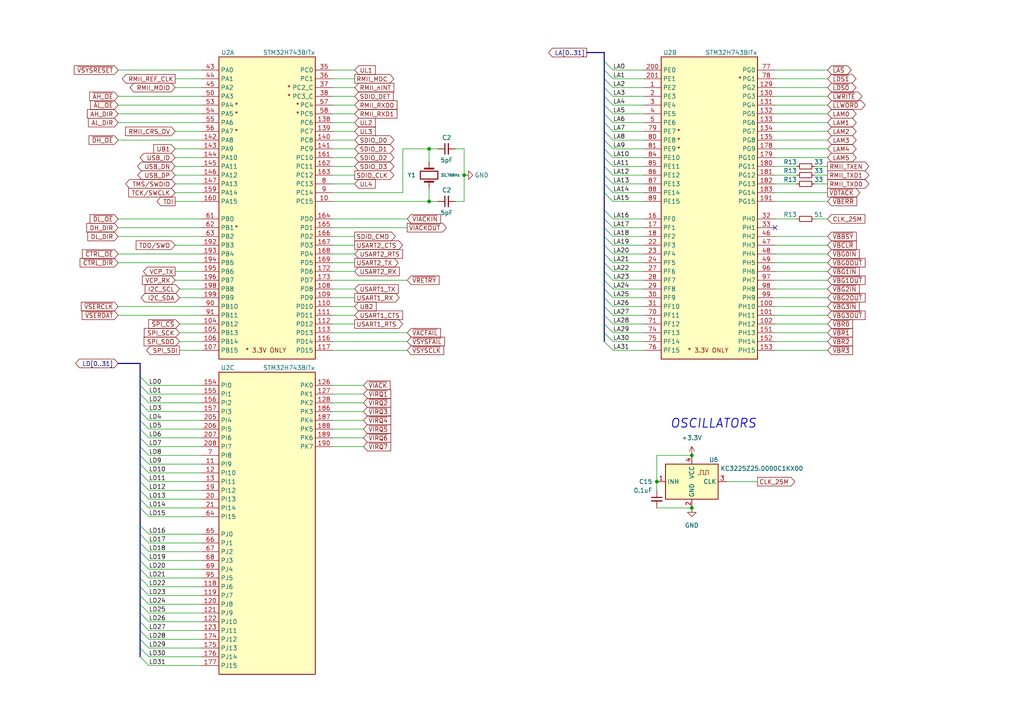
<source format=kicad_sch>
(kicad_sch (version 20230121) (generator eeschema)
  (paper "A4")
  (title_block (title "IVC-STH7") (rev "1"))
  (junction (at 134.62 50.8))
  (junction (at 124.46 43.18))
  (junction (at 190.5 139.7))
  (junction (at 124.46 58.42))
  (junction (at 200.66 147.32))
  (junction (at 200.66 132.08))
  (no_connect (at 224.79 66.04))
  (bus_entry (at 175.26 22.86) (size 2.54 2.54))
  (bus_entry (at 40.64 187.96) (size 2.54 2.54))
  (bus_entry (at 40.64 157.48) (size 2.54 2.54))
  (bus_entry (at 40.64 139.7) (size 2.54 2.54))
  (bus_entry (at 40.64 119.38) (size 2.54 2.54))
  (bus_entry (at 40.64 160.02) (size 2.54 2.54))
  (bus_entry (at 175.26 99.06) (size 2.54 2.54))
  (bus_entry (at 175.26 48.26) (size 2.54 2.54))
  (bus_entry (at 175.26 88.9) (size 2.54 2.54))
  (bus_entry (at 175.26 35.56) (size 2.54 2.54))
  (bus_entry (at 175.26 43.18) (size 2.54 2.54))
  (bus_entry (at 175.26 71.12) (size 2.54 2.54))
  (bus_entry (at 40.64 129.54) (size 2.54 2.54))
  (bus_entry (at 175.26 91.44) (size 2.54 2.54))
  (bus_entry (at 175.26 55.88) (size 2.54 2.54))
  (bus_entry (at 40.64 111.76) (size 2.54 2.54))
  (bus_entry (at 175.26 76.2) (size 2.54 2.54))
  (bus_entry (at 175.26 45.72) (size 2.54 2.54))
  (bus_entry (at 40.64 137.16) (size 2.54 2.54))
  (bus_entry (at 40.64 185.42) (size 2.54 2.54))
  (bus_entry (at 40.64 175.26) (size 2.54 2.54))
  (bus_entry (at 175.26 81.28) (size 2.54 2.54))
  (bus_entry (at 40.64 152.4) (size 2.54 2.54))
  (bus_entry (at 175.26 96.52) (size 2.54 2.54))
  (bus_entry (at 40.64 147.32) (size 2.54 2.54))
  (bus_entry (at 40.64 180.34) (size 2.54 2.54))
  (bus_entry (at 40.64 134.62) (size 2.54 2.54))
  (bus_entry (at 175.26 66.04) (size 2.54 2.54))
  (bus_entry (at 40.64 116.84) (size 2.54 2.54))
  (bus_entry (at 175.26 40.64) (size 2.54 2.54))
  (bus_entry (at 175.26 50.8) (size 2.54 2.54))
  (bus_entry (at 40.64 154.94) (size 2.54 2.54))
  (bus_entry (at 40.64 172.72) (size 2.54 2.54))
  (bus_entry (at 175.26 63.5) (size 2.54 2.54))
  (bus_entry (at 175.26 60.96) (size 2.54 2.54))
  (bus_entry (at 40.64 124.46) (size 2.54 2.54))
  (bus_entry (at 40.64 167.64) (size 2.54 2.54))
  (bus_entry (at 40.64 132.08) (size 2.54 2.54))
  (bus_entry (at 175.26 78.74) (size 2.54 2.54))
  (bus_entry (at 40.64 165.1) (size 2.54 2.54))
  (bus_entry (at 175.26 30.48) (size 2.54 2.54))
  (bus_entry (at 40.64 109.22) (size 2.54 2.54))
  (bus_entry (at 40.64 121.92) (size 2.54 2.54))
  (bus_entry (at 40.64 142.24) (size 2.54 2.54))
  (bus_entry (at 175.26 17.78) (size 2.54 2.54))
  (bus_entry (at 40.64 170.18) (size 2.54 2.54))
  (bus_entry (at 175.26 93.98) (size 2.54 2.54))
  (bus_entry (at 175.26 86.36) (size 2.54 2.54))
  (bus_entry (at 40.64 114.3) (size 2.54 2.54))
  (bus_entry (at 175.26 20.32) (size 2.54 2.54))
  (bus_entry (at 175.26 33.02) (size 2.54 2.54))
  (bus_entry (at 175.26 25.4) (size 2.54 2.54))
  (bus_entry (at 40.64 144.78) (size 2.54 2.54))
  (bus_entry (at 175.26 27.94) (size 2.54 2.54))
  (bus_entry (at 175.26 73.66) (size 2.54 2.54))
  (bus_entry (at 40.64 177.8) (size 2.54 2.54))
  (bus_entry (at 40.64 127) (size 2.54 2.54))
  (bus_entry (at 175.26 38.1) (size 2.54 2.54))
  (bus_entry (at 40.64 190.5) (size 2.54 2.54))
  (bus_entry (at 175.26 83.82) (size 2.54 2.54))
  (bus_entry (at 175.26 53.34) (size 2.54 2.54))
  (bus_entry (at 175.26 68.58) (size 2.54 2.54))
  (bus_entry (at 40.64 182.88) (size 2.54 2.54))
  (bus_entry (at 40.64 162.56) (size 2.54 2.54))
  (bus (pts (xy 175.26 38.1) (xy 175.26 40.64)))
  (wire (pts (xy 116.84 55.88) (xy 96.52 55.88)))
  (bus (pts (xy 175.26 60.96) (xy 175.26 63.5)))
  (wire (pts (xy 224.79 91.44) (xy 240.03 91.44)))
  (wire (pts (xy 116.84 43.18) (xy 116.84 55.88)))
  (wire (pts (xy 34.29 27.94) (xy 58.42 27.94)))
  (wire (pts (xy 43.18 137.16) (xy 58.42 137.16)))
  (wire (pts (xy 177.8 96.52) (xy 186.69 96.52)))
  (bus (pts (xy 175.26 15.24) (xy 170.18 15.24)))
  (wire (pts (xy 224.79 33.02) (xy 240.03 33.02)))
  (wire (pts (xy 50.8 38.1) (xy 58.42 38.1)))
  (wire (pts (xy 43.18 127) (xy 58.42 127)))
  (bus (pts (xy 40.64 109.22) (xy 40.64 111.76)))
  (bus (pts (xy 175.26 68.58) (xy 175.26 71.12)))
  (wire (pts (xy 50.8 53.34) (xy 58.42 53.34)))
  (wire (pts (xy 177.8 43.18) (xy 186.69 43.18)))
  (bus (pts (xy 40.64 111.76) (xy 40.64 114.3)))
  (wire (pts (xy 50.8 58.42) (xy 58.42 58.42)))
  (bus (pts (xy 175.26 45.72) (xy 175.26 48.26)))
  (wire (pts (xy 224.79 99.06) (xy 240.03 99.06)))
  (wire (pts (xy 177.8 63.5) (xy 186.69 63.5)))
  (wire (pts (xy 96.52 96.52) (xy 118.11 96.52)))
  (wire (pts (xy 96.52 53.34) (xy 102.87 53.34)))
  (bus (pts (xy 40.64 119.38) (xy 40.64 121.92)))
  (wire (pts (xy 190.5 139.7) (xy 190.5 132.08)))
  (wire (pts (xy 177.8 78.74) (xy 186.69 78.74)))
  (wire (pts (xy 124.46 43.18) (xy 127 43.18)))
  (wire (pts (xy 190.5 139.7) (xy 190.5 142.24)))
  (wire (pts (xy 43.18 157.48) (xy 58.42 157.48)))
  (bus (pts (xy 175.26 63.5) (xy 175.26 66.04)))
  (wire (pts (xy 236.22 53.34) (xy 240.03 53.34)))
  (wire (pts (xy 177.8 40.64) (xy 186.69 40.64)))
  (bus (pts (xy 40.64 144.78) (xy 40.64 147.32)))
  (bus (pts (xy 175.26 66.04) (xy 175.26 68.58)))
  (wire (pts (xy 43.18 124.46) (xy 58.42 124.46)))
  (bus (pts (xy 175.26 43.18) (xy 175.26 45.72)))
  (wire (pts (xy 96.52 20.32) (xy 102.87 20.32)))
  (wire (pts (xy 190.5 147.32) (xy 200.66 147.32)))
  (wire (pts (xy 124.46 58.42) (xy 124.46 54.61)))
  (wire (pts (xy 224.79 55.88) (xy 240.03 55.88)))
  (wire (pts (xy 224.79 27.94) (xy 240.03 27.94)))
  (wire (pts (xy 177.8 27.94) (xy 186.69 27.94)))
  (wire (pts (xy 34.29 35.56) (xy 58.42 35.56)))
  (bus (pts (xy 175.26 27.94) (xy 175.26 30.48)))
  (bus (pts (xy 40.64 160.02) (xy 40.64 162.56)))
  (wire (pts (xy 43.18 144.78) (xy 58.42 144.78)))
  (bus (pts (xy 175.26 20.32) (xy 175.26 22.86)))
  (wire (pts (xy 177.8 35.56) (xy 186.69 35.56)))
  (wire (pts (xy 34.29 66.04) (xy 58.42 66.04)))
  (bus (pts (xy 40.64 167.64) (xy 40.64 170.18)))
  (wire (pts (xy 224.79 20.32) (xy 240.03 20.32)))
  (wire (pts (xy 96.52 88.9) (xy 102.87 88.9)))
  (bus (pts (xy 40.64 157.48) (xy 40.64 160.02)))
  (wire (pts (xy 177.8 55.88) (xy 186.69 55.88)))
  (wire (pts (xy 50.8 71.12) (xy 58.42 71.12)))
  (wire (pts (xy 96.52 50.8) (xy 102.87 50.8)))
  (wire (pts (xy 177.8 20.32) (xy 186.69 20.32)))
  (wire (pts (xy 50.8 50.8) (xy 58.42 50.8)))
  (bus (pts (xy 175.26 17.78) (xy 175.26 20.32)))
  (bus (pts (xy 175.26 96.52) (xy 175.26 99.06)))
  (wire (pts (xy 43.18 187.96) (xy 58.42 187.96)))
  (bus (pts (xy 40.64 147.32) (xy 40.64 152.4)))
  (bus (pts (xy 40.64 105.41) (xy 40.64 109.22)))
  (wire (pts (xy 43.18 114.3) (xy 58.42 114.3)))
  (wire (pts (xy 224.79 73.66) (xy 240.03 73.66)))
  (bus (pts (xy 40.64 165.1) (xy 40.64 167.64)))
  (wire (pts (xy 177.8 30.48) (xy 186.69 30.48)))
  (wire (pts (xy 50.8 55.88) (xy 58.42 55.88)))
  (wire (pts (xy 43.18 134.62) (xy 58.42 134.62)))
  (wire (pts (xy 96.52 35.56) (xy 102.87 35.56)))
  (wire (pts (xy 34.29 30.48) (xy 58.42 30.48)))
  (wire (pts (xy 43.18 139.7) (xy 58.42 139.7)))
  (wire (pts (xy 96.52 68.58) (xy 102.87 68.58)))
  (wire (pts (xy 96.52 76.2) (xy 102.87 76.2)))
  (wire (pts (xy 224.79 86.36) (xy 240.03 86.36)))
  (bus (pts (xy 40.64 137.16) (xy 40.64 139.7)))
  (wire (pts (xy 96.52 66.04) (xy 118.11 66.04)))
  (wire (pts (xy 224.79 76.2) (xy 240.03 76.2)))
  (wire (pts (xy 52.07 83.82) (xy 58.42 83.82)))
  (wire (pts (xy 43.18 129.54) (xy 58.42 129.54)))
  (wire (pts (xy 43.18 147.32) (xy 58.42 147.32)))
  (wire (pts (xy 177.8 76.2) (xy 186.69 76.2)))
  (wire (pts (xy 224.79 81.28) (xy 240.03 81.28)))
  (wire (pts (xy 224.79 93.98) (xy 240.03 93.98)))
  (wire (pts (xy 50.8 25.4) (xy 58.42 25.4)))
  (wire (pts (xy 96.52 73.66) (xy 102.87 73.66)))
  (wire (pts (xy 43.18 111.76) (xy 58.42 111.76)))
  (bus (pts (xy 40.64 139.7) (xy 40.64 142.24)))
  (wire (pts (xy 96.52 93.98) (xy 102.87 93.98)))
  (wire (pts (xy 177.8 33.02) (xy 186.69 33.02)))
  (bus (pts (xy 40.64 180.34) (xy 40.64 182.88)))
  (wire (pts (xy 177.8 22.86) (xy 186.69 22.86)))
  (wire (pts (xy 132.08 58.42) (xy 134.62 58.42)))
  (bus (pts (xy 175.26 40.64) (xy 175.26 43.18)))
  (bus (pts (xy 40.64 127) (xy 40.64 129.54)))
  (bus (pts (xy 175.26 15.24) (xy 175.26 17.78)))
  (wire (pts (xy 177.8 45.72) (xy 186.69 45.72)))
  (bus (pts (xy 40.64 116.84) (xy 40.64 119.38)))
  (wire (pts (xy 224.79 101.6) (xy 240.03 101.6)))
  (wire (pts (xy 96.52 83.82) (xy 102.87 83.82)))
  (wire (pts (xy 96.52 40.64) (xy 102.87 40.64)))
  (wire (pts (xy 177.8 83.82) (xy 186.69 83.82)))
  (wire (pts (xy 43.18 193.04) (xy 58.42 193.04)))
  (wire (pts (xy 124.46 58.42) (xy 127 58.42)))
  (wire (pts (xy 96.52 91.44) (xy 102.87 91.44)))
  (wire (pts (xy 96.52 127) (xy 105.41 127)))
  (wire (pts (xy 177.8 93.98) (xy 186.69 93.98)))
  (wire (pts (xy 224.79 38.1) (xy 240.03 38.1)))
  (bus (pts (xy 40.64 121.92) (xy 40.64 124.46)))
  (wire (pts (xy 224.79 88.9) (xy 240.03 88.9)))
  (bus (pts (xy 175.26 25.4) (xy 175.26 27.94)))
  (wire (pts (xy 190.5 132.08) (xy 200.66 132.08)))
  (bus (pts (xy 175.26 93.98) (xy 175.26 96.52)))
  (wire (pts (xy 177.8 53.34) (xy 186.69 53.34)))
  (bus (pts (xy 175.26 53.34) (xy 175.26 55.88)))
  (wire (pts (xy 96.52 22.86) (xy 102.87 22.86)))
  (bus (pts (xy 175.26 83.82) (xy 175.26 86.36)))
  (wire (pts (xy 96.52 43.18) (xy 102.87 43.18)))
  (bus (pts (xy 40.64 172.72) (xy 40.64 175.26)))
  (wire (pts (xy 34.29 68.58) (xy 58.42 68.58)))
  (wire (pts (xy 96.52 63.5) (xy 118.11 63.5)))
  (wire (pts (xy 96.52 38.1) (xy 102.87 38.1)))
  (bus (pts (xy 40.64 177.8) (xy 40.64 180.34)))
  (bus (pts (xy 40.64 175.26) (xy 40.64 177.8)))
  (wire (pts (xy 224.79 53.34) (xy 231.14 53.34)))
  (wire (pts (xy 43.18 142.24) (xy 58.42 142.24)))
  (bus (pts (xy 40.64 114.3) (xy 40.64 116.84)))
  (wire (pts (xy 43.18 170.18) (xy 58.42 170.18)))
  (bus (pts (xy 175.26 22.86) (xy 175.26 25.4)))
  (wire (pts (xy 96.52 27.94) (xy 102.87 27.94)))
  (wire (pts (xy 34.29 20.32) (xy 58.42 20.32)))
  (wire (pts (xy 58.42 81.28) (xy 50.8 81.28)))
  (wire (pts (xy 236.22 48.26) (xy 240.03 48.26)))
  (wire (pts (xy 96.52 33.02) (xy 102.87 33.02)))
  (bus (pts (xy 40.64 142.24) (xy 40.64 144.78)))
  (wire (pts (xy 96.52 78.74) (xy 102.87 78.74)))
  (wire (pts (xy 96.52 99.06) (xy 118.11 99.06)))
  (bus (pts (xy 175.26 48.26) (xy 175.26 50.8)))
  (bus (pts (xy 40.64 162.56) (xy 40.64 165.1)))
  (wire (pts (xy 177.8 73.66) (xy 186.69 73.66)))
  (bus (pts (xy 175.26 81.28) (xy 175.26 83.82)))
  (wire (pts (xy 43.18 154.94) (xy 58.42 154.94)))
  (wire (pts (xy 52.07 96.52) (xy 58.42 96.52)))
  (bus (pts (xy 175.26 88.9) (xy 175.26 91.44)))
  (wire (pts (xy 34.29 63.5) (xy 58.42 63.5)))
  (wire (pts (xy 96.52 30.48) (xy 102.87 30.48)))
  (wire (pts (xy 58.42 78.74) (xy 50.8 78.74)))
  (wire (pts (xy 43.18 160.02) (xy 58.42 160.02)))
  (wire (pts (xy 224.79 96.52) (xy 240.03 96.52)))
  (wire (pts (xy 224.79 58.42) (xy 240.03 58.42)))
  (bus (pts (xy 175.26 86.36) (xy 175.26 88.9)))
  (bus (pts (xy 40.64 129.54) (xy 40.64 132.08)))
  (wire (pts (xy 96.52 121.92) (xy 105.41 121.92)))
  (wire (pts (xy 177.8 66.04) (xy 186.69 66.04)))
  (bus (pts (xy 40.64 134.62) (xy 40.64 137.16)))
  (bus (pts (xy 40.64 170.18) (xy 40.64 172.72)))
  (bus (pts (xy 175.26 35.56) (xy 175.26 38.1)))
  (wire (pts (xy 43.18 190.5) (xy 58.42 190.5)))
  (wire (pts (xy 43.18 172.72) (xy 58.42 172.72)))
  (bus (pts (xy 175.26 78.74) (xy 175.26 81.28)))
  (wire (pts (xy 134.62 43.18) (xy 134.62 50.8)))
  (bus (pts (xy 175.26 50.8) (xy 175.26 53.34)))
  (bus (pts (xy 40.64 182.88) (xy 40.64 185.42)))
  (wire (pts (xy 52.07 101.6) (xy 58.42 101.6)))
  (wire (pts (xy 224.79 50.8) (xy 231.14 50.8)))
  (wire (pts (xy 34.29 88.9) (xy 58.42 88.9)))
  (wire (pts (xy 177.8 25.4) (xy 186.69 25.4)))
  (wire (pts (xy 50.8 48.26) (xy 58.42 48.26)))
  (bus (pts (xy 40.64 185.42) (xy 40.64 187.96)))
  (wire (pts (xy 96.52 111.76) (xy 105.41 111.76)))
  (wire (pts (xy 34.29 91.44) (xy 58.42 91.44)))
  (bus (pts (xy 175.26 55.88) (xy 175.26 60.96)))
  (wire (pts (xy 224.79 40.64) (xy 240.03 40.64)))
  (wire (pts (xy 43.18 116.84) (xy 58.42 116.84)))
  (wire (pts (xy 177.8 50.8) (xy 186.69 50.8)))
  (wire (pts (xy 224.79 25.4) (xy 240.03 25.4)))
  (bus (pts (xy 40.64 187.96) (xy 40.64 190.5)))
  (wire (pts (xy 224.79 35.56) (xy 240.03 35.56)))
  (wire (pts (xy 43.18 167.64) (xy 58.42 167.64)))
  (wire (pts (xy 96.52 45.72) (xy 102.87 45.72)))
  (wire (pts (xy 116.84 43.18) (xy 124.46 43.18)))
  (wire (pts (xy 224.79 83.82) (xy 240.03 83.82)))
  (wire (pts (xy 177.8 86.36) (xy 186.69 86.36)))
  (wire (pts (xy 96.52 58.42) (xy 124.46 58.42)))
  (wire (pts (xy 96.52 114.3) (xy 105.41 114.3)))
  (wire (pts (xy 224.79 22.86) (xy 240.03 22.86)))
  (wire (pts (xy 210.82 139.7) (xy 219.71 139.7)))
  (wire (pts (xy 224.79 30.48) (xy 240.03 30.48)))
  (wire (pts (xy 96.52 129.54) (xy 105.41 129.54)))
  (wire (pts (xy 96.52 86.36) (xy 102.87 86.36)))
  (bus (pts (xy 175.26 76.2) (xy 175.26 78.74)))
  (wire (pts (xy 224.79 43.18) (xy 240.03 43.18)))
  (wire (pts (xy 34.29 33.02) (xy 58.42 33.02)))
  (bus (pts (xy 175.26 73.66) (xy 175.26 76.2)))
  (wire (pts (xy 43.18 162.56) (xy 58.42 162.56)))
  (wire (pts (xy 43.18 149.86) (xy 58.42 149.86)))
  (wire (pts (xy 50.8 22.86) (xy 58.42 22.86)))
  (wire (pts (xy 224.79 48.26) (xy 231.14 48.26)))
  (wire (pts (xy 96.52 124.46) (xy 105.41 124.46)))
  (wire (pts (xy 43.18 180.34) (xy 58.42 180.34)))
  (wire (pts (xy 224.79 71.12) (xy 240.03 71.12)))
  (wire (pts (xy 177.8 81.28) (xy 186.69 81.28)))
  (bus (pts (xy 175.26 91.44) (xy 175.26 93.98)))
  (wire (pts (xy 43.18 177.8) (xy 58.42 177.8)))
  (wire (pts (xy 224.79 78.74) (xy 240.03 78.74)))
  (wire (pts (xy 177.8 71.12) (xy 186.69 71.12)))
  (wire (pts (xy 96.52 71.12) (xy 102.87 71.12)))
  (wire (pts (xy 224.79 45.72) (xy 240.03 45.72)))
  (wire (pts (xy 52.07 99.06) (xy 58.42 99.06)))
  (wire (pts (xy 96.52 119.38) (xy 105.41 119.38)))
  (bus (pts (xy 40.64 124.46) (xy 40.64 127)))
  (wire (pts (xy 52.07 86.36) (xy 58.42 86.36)))
  (wire (pts (xy 132.08 43.18) (xy 134.62 43.18)))
  (wire (pts (xy 177.8 88.9) (xy 186.69 88.9)))
  (wire (pts (xy 50.8 43.18) (xy 58.42 43.18)))
  (bus (pts (xy 40.64 105.41) (xy 34.29 105.41)))
  (wire (pts (xy 43.18 182.88) (xy 58.42 182.88)))
  (bus (pts (xy 40.64 154.94) (xy 40.64 157.48)))
  (wire (pts (xy 43.18 121.92) (xy 58.42 121.92)))
  (wire (pts (xy 43.18 119.38) (xy 58.42 119.38)))
  (bus (pts (xy 175.26 30.48) (xy 175.26 33.02)))
  (wire (pts (xy 177.8 48.26) (xy 186.69 48.26)))
  (wire (pts (xy 96.52 48.26) (xy 102.87 48.26)))
  (wire (pts (xy 50.8 45.72) (xy 58.42 45.72)))
  (wire (pts (xy 96.52 81.28) (xy 118.11 81.28)))
  (wire (pts (xy 34.29 40.64) (xy 58.42 40.64)))
  (bus (pts (xy 175.26 33.02) (xy 175.26 35.56)))
  (wire (pts (xy 124.46 43.18) (xy 124.46 46.99)))
  (wire (pts (xy 96.52 116.84) (xy 105.41 116.84)))
  (wire (pts (xy 177.8 68.58) (xy 186.69 68.58)))
  (wire (pts (xy 224.79 63.5) (xy 231.14 63.5)))
  (wire (pts (xy 177.8 91.44) (xy 186.69 91.44)))
  (wire (pts (xy 236.22 63.5) (xy 240.03 63.5)))
  (wire (pts (xy 96.52 101.6) (xy 118.11 101.6)))
  (wire (pts (xy 177.8 101.6) (xy 186.69 101.6)))
  (bus (pts (xy 40.64 152.4) (xy 40.64 154.94)))
  (wire (pts (xy 52.07 93.98) (xy 58.42 93.98)))
  (wire (pts (xy 96.52 25.4) (xy 102.87 25.4)))
  (wire (pts (xy 43.18 185.42) (xy 58.42 185.42)))
  (wire (pts (xy 236.22 50.8) (xy 240.03 50.8)))
  (bus (pts (xy 175.26 71.12) (xy 175.26 73.66)))
  (wire (pts (xy 43.18 132.08) (xy 58.42 132.08)))
  (wire (pts (xy 43.18 175.26) (xy 58.42 175.26)))
  (wire (pts (xy 43.18 165.1) (xy 58.42 165.1)))
  (wire (pts (xy 177.8 38.1) (xy 186.69 38.1)))
  (wire (pts (xy 34.29 73.66) (xy 58.42 73.66)))
  (wire (pts (xy 224.79 68.58) (xy 240.03 68.58)))
  (bus (pts (xy 40.64 132.08) (xy 40.64 134.62)))
  (wire (pts (xy 177.8 99.06) (xy 186.69 99.06)))
  (wire (pts (xy 177.8 58.42) (xy 186.69 58.42)))
  (wire (pts (xy 34.29 76.2) (xy 58.42 76.2)))
  (wire (pts (xy 134.62 50.8) (xy 134.62 58.42)))
  (text "OSCILLATORS" (at 194.31 124.46 0) (effects (font (size 2.56 2.56) (thickness 0.254) bold italic) (justify left bottom)))
  (label "LD12" (at 43.18 142.24 0))
  (label "LA17" (at 177.8 66.04 0))
  (label "LD16" (at 43.18 154.94 0))
  (label "LA23" (at 177.8 81.28 0))
  (label "LD0" (at 43.18 111.76 0))
  (label "LA16" (at 177.8 63.5 0))
  (label "LA6" (at 177.8 35.56 0))
  (label "LD26" (at 43.18 180.34 0))
  (label "LA14" (at 177.8 55.88 0))
  (label "LD5" (at 43.18 124.46 0))
  (label "LA15" (at 177.8 58.42 0))
  (label "LD15" (at 43.18 149.86 0))
  (label "LD11" (at 43.18 139.7 0))
  (label "LD7" (at 43.18 129.54 0))
  (label "LA27" (at 177.8 91.44 0))
  (label "LD13" (at 43.18 144.78 0))
  (label "LD14" (at 43.18 147.32 0))
  (label "LD18" (at 43.18 160.02 0))
  (label "LA25" (at 177.8 86.36 0))
  (label "LD21" (at 43.18 167.64 0))
  (label "LD28" (at 43.18 185.42 0))
  (label "LA21" (at 177.8 76.2 0))
  (label "LA3" (at 177.8 27.94 0))
  (label "LA20" (at 177.8 73.66 0))
  (label "LA11" (at 177.8 48.26 0))
  (label "LA13" (at 177.8 53.34 0))
  (label "LD25" (at 43.18 177.8 0))
  (label "LD17" (at 43.18 157.48 0))
  (label "LA29" (at 177.8 96.52 0))
  (label "LD10" (at 43.18 137.16 0))
  (label "LD9" (at 43.18 134.62 0))
  (label "LA22" (at 177.8 78.74 0))
  (label "LA10" (at 177.8 45.72 0))
  (label "LD27" (at 43.18 182.88 0))
  (label "LD4" (at 43.18 121.92 0))
  (label "LD8" (at 43.18 132.08 0))
  (label "LD29" (at 43.18 187.96 0))
  (label "LA5" (at 177.8 33.02 0))
  (label "LA12" (at 177.8 50.8 0))
  (label "LA4" (at 177.8 30.48 0))
  (label "LA9" (at 177.8 43.18 0))
  (label "LA2" (at 177.8 25.4 0))
  (label "LA0" (at 177.8 20.32 0))
  (label "LD19" (at 43.18 162.56 0))
  (label "LA28" (at 177.8 93.98 0))
  (label "LD6" (at 43.18 127 0))
  (label "LD22" (at 43.18 170.18 0))
  (label "LA31" (at 177.8 101.6 0))
  (label "LA1" (at 177.8 22.86 0))
  (label "LD1" (at 43.18 114.3 0))
  (label "LD2" (at 43.18 116.84 0))
  (label "LA26" (at 177.8 88.9 0))
  (label "LD3" (at 43.18 119.38 0))
  (label "LA7" (at 177.8 38.1 0))
  (label "LD23" (at 43.18 172.72 0))
  (label "LD30" (at 43.18 190.5 0))
  (label "LA24" (at 177.8 83.82 0))
  (label "LD31" (at 43.18 193.04 0))
  (label "LA19" (at 177.8 71.12 0))
  (label "LD20" (at 43.18 165.1 0))
  (label "LA8" (at 177.8 40.64 0))
  (label "LA30" (at 177.8 99.06 0))
  (label "LD24" (at 43.18 175.26 0))
  (label "LA18" (at 177.8 68.58 0))
  (global_label "SPI_SDO" (shape input) (at 52.07 99.06 180) (property "Intersheetrefs" "${INTERSHEET_REFS}" (effects hide)))
  (global_label "~{VIRQ5}" (shape input) (at 105.41 124.46 0) (property "Intersheetrefs" "${INTERSHEET_REFS}" (effects hide)))
  (global_label "VCP_TX" (shape output) (at 50.8 78.74 180) (property "Intersheetrefs" "${INTERSHEET_REFS}" (effects hide)))
  (global_label "~{VBG2IN}" (shape input) (at 240.03 83.82 0) (property "Intersheetrefs" "${INTERSHEET_REFS}" (effects hide)))
  (global_label "~{VIACKOUT}" (shape output) (at 118.11 66.04 0) (property "Intersheetrefs" "${INTERSHEET_REFS}" (effects hide)))
  (global_label "~{CTRL_OE}" (shape input) (at 34.29 73.66 180) (property "Intersheetrefs" "${INTERSHEET_REFS}" (effects hide)))
  (global_label "TMS{slash}SWDIO" (shape bidirectional) (at 50.8 53.34 180) (property "Intersheetrefs" "${INTERSHEET_REFS}" (effects hide)))
  (global_label "USB_DP" (shape bidirectional) (at 50.8 50.8 180) (property "Intersheetrefs" "${INTERSHEET_REFS}" (effects hide)))
  (global_label "~{VBR2}" (shape input) (at 240.03 99.06 0) (property "Intersheetrefs" "${INTERSHEET_REFS}" (effects hide)))
  (global_label "~{AL_OE}" (shape input) (at 34.29 30.48 180) (property "Intersheetrefs" "${INTERSHEET_REFS}" (effects hide)))
  (global_label "SDIO_CLK" (shape output) (at 102.87 50.8 0) (property "Intersheetrefs" "${INTERSHEET_REFS}" (effects hide)))
  (global_label "~{VBG1OUT}" (shape input) (at 240.03 81.28 0) (property "Intersheetrefs" "${INTERSHEET_REFS}" (effects hide)))
  (global_label "SDIO_CMD" (shape output) (at 102.87 68.58 0) (property "Intersheetrefs" "${INTERSHEET_REFS}" (effects hide)))
  (global_label "~{VIRQ2}" (shape input) (at 105.41 116.84 0) (property "Intersheetrefs" "${INTERSHEET_REFS}" (effects hide)))
  (global_label "UL2" (shape input) (at 102.87 35.56 0) (property "Intersheetrefs" "${INTERSHEET_REFS}" (effects hide)))
  (global_label "SDIO_DET" (shape input) (at 102.87 27.94 0) (property "Intersheetrefs" "${INTERSHEET_REFS}" (effects hide)))
  (global_label "~{VBG3OUT}" (shape input) (at 240.03 91.44 0) (property "Intersheetrefs" "${INTERSHEET_REFS}" (effects hide)))
  (global_label "CLK_25M" (shape input) (at 240.03 63.5 0) (property "Intersheetrefs" "${INTERSHEET_REFS}" (effects hide)))
  (global_label "USART1_RTS" (shape output) (at 102.87 93.98 0) (property "Intersheetrefs" "${INTERSHEET_REFS}" (effects hide)))
  (global_label "USART1_RX" (shape output) (at 102.87 86.36 0) (property "Intersheetrefs" "${INTERSHEET_REFS}" (effects hide)))
  (global_label "USART2_RTS" (shape input) (at 102.87 73.66 0) (property "Intersheetrefs" "${INTERSHEET_REFS}" (effects hide)))
  (global_label "USART1_CTS" (shape input) (at 102.87 91.44 0) (property "Intersheetrefs" "${INTERSHEET_REFS}" (effects hide)))
  (global_label "~{CTRL_DIR}" (shape input) (at 34.29 76.2 180) (property "Intersheetrefs" "${INTERSHEET_REFS}" (effects hide)))
  (global_label "LAM5" (shape bidirectional) (at 240.03 45.72 0) (property "Intersheetrefs" "${INTERSHEET_REFS}" (effects hide)))
  (global_label "~{DL_OE}" (shape input) (at 34.29 63.5 180) (property "Intersheetrefs" "${INTERSHEET_REFS}" (effects hide)))
  (global_label "~{VIRQ7}" (shape input) (at 105.41 129.54 0) (property "Intersheetrefs" "${INTERSHEET_REFS}" (effects hide)))
  (global_label "UB2" (shape input) (at 102.87 88.9 0) (property "Intersheetrefs" "${INTERSHEET_REFS}" (effects hide)))
  (global_label "UL3" (shape input) (at 102.87 38.1 0) (property "Intersheetrefs" "${INTERSHEET_REFS}" (effects hide)))
  (global_label "~{LLWORD}" (shape bidirectional) (at 240.03 30.48 0) (property "Intersheetrefs" "${INTERSHEET_REFS}" (effects hide)))
  (global_label "~{VRETRY}" (shape input) (at 118.11 81.28 0) (property "Intersheetrefs" "${INTERSHEET_REFS}" (effects hide)))
  (global_label "~{VSYSFAIL}" (shape input) (at 118.11 99.06 0) (property "Intersheetrefs" "${INTERSHEET_REFS}" (effects hide)))
  (global_label "~{DH_OE}" (shape input) (at 34.29 40.64 180) (property "Intersheetrefs" "${INTERSHEET_REFS}" (effects hide)))
  (global_label "USB_ID" (shape bidirectional) (at 50.8 45.72 180) (property "Intersheetrefs" "${INTERSHEET_REFS}" (effects hide)))
  (global_label "RMII_MDC" (shape output) (at 102.87 22.86 0) (property "Intersheetrefs" "${INTERSHEET_REFS}" (effects hide)))
  (global_label "UL4" (shape input) (at 102.87 53.34 0) (property "Intersheetrefs" "${INTERSHEET_REFS}" (effects hide)))
  (global_label "DH_DIR" (shape input) (at 34.29 66.04 180) (property "Intersheetrefs" "${INTERSHEET_REFS}" (effects hide)))
  (global_label "I2C_SDA" (shape bidirectional) (at 52.07 86.36 180) (property "Intersheetrefs" "${INTERSHEET_REFS}" (effects hide)))
  (global_label "TDO{slash}SWO" (shape input) (at 50.8 71.12 180) (property "Intersheetrefs" "${INTERSHEET_REFS}" (effects hide)))
  (global_label "LAM0" (shape bidirectional) (at 240.03 33.02 0) (property "Intersheetrefs" "${INTERSHEET_REFS}" (effects hide)))
  (global_label "UB1" (shape input) (at 50.8 43.18 180) (property "Intersheetrefs" "${INTERSHEET_REFS}" (effects hide)))
  (global_label "~{LWRITE}" (shape bidirectional) (at 240.03 27.94 0) (property "Intersheetrefs" "${INTERSHEET_REFS}" (effects hide)))
  (global_label "~{VIRQ3}" (shape input) (at 105.41 119.38 0) (property "Intersheetrefs" "${INTERSHEET_REFS}" (effects hide)))
  (global_label "AH_DIR" (shape input) (at 34.29 33.02 180) (property "Intersheetrefs" "${INTERSHEET_REFS}" (effects hide)))
  (global_label "~{VIACK}" (shape input) (at 105.41 111.76 0) (property "Intersheetrefs" "${INTERSHEET_REFS}" (effects hide)))
  (global_label "~{VBG2OUT}" (shape input) (at 240.03 86.36 0) (property "Intersheetrefs" "${INTERSHEET_REFS}" (effects hide)))
  (global_label "SDIO_D3" (shape bidirectional) (at 102.87 48.26 0) (property "Intersheetrefs" "${INTERSHEET_REFS}" (effects hide)))
  (global_label "~{VBG0IN}" (shape input) (at 240.03 73.66 0) (property "Intersheetrefs" "${INTERSHEET_REFS}" (effects hide)))
  (global_label "SDIO_D0" (shape bidirectional) (at 102.87 40.64 0) (property "Intersheetrefs" "${INTERSHEET_REFS}" (effects hide)))
  (global_label "~{VDTACK}" (shape output) (at 240.03 55.88 0) (property "Intersheetrefs" "${INTERSHEET_REFS}" (effects hide)))
  (global_label "~{SPI_CS}" (shape input) (at 52.07 93.98 180) (property "Intersheetrefs" "${INTERSHEET_REFS}" (effects hide)))
  (global_label "USART2_RX" (shape input) (at 102.87 78.74 0) (property "Intersheetrefs" "${INTERSHEET_REFS}" (effects hide)))
  (global_label "~{LDS0}" (shape bidirectional) (at 240.03 25.4 0) (property "Intersheetrefs" "${INTERSHEET_REFS}" (effects hide)))
  (global_label "USART2_TX" (shape output) (at 102.87 76.2 0) (property "Intersheetrefs" "${INTERSHEET_REFS}" (effects hide)))
  (global_label "RMII_REF_CLK" (shape output) (at 50.8 22.86 180) (property "Intersheetrefs" "${INTERSHEET_REFS}" (effects hide)))
  (global_label "LAM1" (shape bidirectional) (at 240.03 35.56 0) (property "Intersheetrefs" "${INTERSHEET_REFS}" (effects hide)))
  (global_label "~{VSYSRESET}" (shape input) (at 34.29 20.32 180) (property "Intersheetrefs" "${INTERSHEET_REFS}" (effects hide)))
  (global_label "RMII_TXD0" (shape output) (at 240.03 53.34 0) (property "Intersheetrefs" "${INTERSHEET_REFS}" (effects hide)))
  (global_label "~{VBERR}" (shape input) (at 240.03 58.42 0) (property "Intersheetrefs" "${INTERSHEET_REFS}" (effects hide)))
  (global_label "~{VBR1}" (shape input) (at 240.03 96.52 0) (property "Intersheetrefs" "${INTERSHEET_REFS}" (effects hide)))
  (global_label "TDI" (shape output) (at 50.8 58.42 180) (property "Intersheetrefs" "${INTERSHEET_REFS}" (effects hide)))
  (global_label "~{VBG3IN}" (shape input) (at 240.03 88.9 0) (property "Intersheetrefs" "${INTERSHEET_REFS}" (effects hide)))
  (global_label "USART1_TX" (shape input) (at 102.87 83.82 0) (property "Intersheetrefs" "${INTERSHEET_REFS}" (effects hide)))
  (global_label "~{VSYSCLK}" (shape input) (at 118.11 101.6 0) (property "Intersheetrefs" "${INTERSHEET_REFS}" (effects hide)))
  (global_label "RMII_nINT" (shape input) (at 102.87 25.4 0) (property "Intersheetrefs" "${INTERSHEET_REFS}" (effects hide)))
  (global_label "~{VIACKIN}" (shape input) (at 118.11 63.5 0) (property "Intersheetrefs" "${INTERSHEET_REFS}" (effects hide)))
  (global_label "I2C_SCL" (shape input) (at 52.07 83.82 180) (property "Intersheetrefs" "${INTERSHEET_REFS}" (effects hide)))
  (global_label "RMII_TXD1" (shape output) (at 240.03 50.8 0) (property "Intersheetrefs" "${INTERSHEET_REFS}" (effects hide)))
  (global_label "~{VBCLR}" (shape input) (at 240.03 71.12 0) (property "Intersheetrefs" "${INTERSHEET_REFS}" (effects hide)))
  (global_label "RMII_MDIO" (shape bidirectional) (at 50.8 25.4 180) (property "Intersheetrefs" "${INTERSHEET_REFS}" (effects hide)))
  (global_label "~{VBBSY}" (shape input) (at 240.03 68.58 0) (property "Intersheetrefs" "${INTERSHEET_REFS}" (effects hide)))
  (global_label "LAM4" (shape bidirectional) (at 240.03 43.18 0) (property "Intersheetrefs" "${INTERSHEET_REFS}" (effects hide)))
  (global_label "LA[0..31]" (shape output) (at 170.18 15.24 180) (property "Intersheetrefs" "${INTERSHEET_REFS}" (effects hide)))
  (global_label "VCP_RX" (shape input) (at 50.8 81.28 180) (property "Intersheetrefs" "${INTERSHEET_REFS}" (effects hide)))
  (global_label "SPI_SDI" (shape output) (at 52.07 101.6 180) (property "Intersheetrefs" "${INTERSHEET_REFS}" (effects hide)))
  (global_label "SDIO_D2" (shape bidirectional) (at 102.87 45.72 0) (property "Intersheetrefs" "${INTERSHEET_REFS}" (effects hide)))
  (global_label "RMII_TXEN" (shape output) (at 240.03 48.26 0) (property "Intersheetrefs" "${INTERSHEET_REFS}" (effects hide)))
  (global_label "~{VIRQ1}" (shape input) (at 105.41 114.3 0) (property "Intersheetrefs" "${INTERSHEET_REFS}" (effects hide)))
  (global_label "~{VACFAIL}" (shape input) (at 118.11 96.52 0) (property "Intersheetrefs" "${INTERSHEET_REFS}" (effects hide)))
  (global_label "RMII_RXD1" (shape input) (at 102.87 33.02 0) (property "Intersheetrefs" "${INTERSHEET_REFS}" (effects hide)))
  (global_label "~{LDS1}" (shape bidirectional) (at 240.03 22.86 0) (property "Intersheetrefs" "${INTERSHEET_REFS}" (effects hide)))
  (global_label "SDIO_D1" (shape bidirectional) (at 102.87 43.18 0) (property "Intersheetrefs" "${INTERSHEET_REFS}" (effects hide)))
  (global_label "~{VBR3}" (shape input) (at 240.03 101.6 0) (property "Intersheetrefs" "${INTERSHEET_REFS}" (effects hide)))
  (global_label "USB_DN" (shape bidirectional) (at 50.8 48.26 180) (property "Intersheetrefs" "${INTERSHEET_REFS}" (effects hide)))
  (global_label "~{VBG1IN}" (shape input) (at 240.03 78.74 0) (property "Intersheetrefs" "${INTERSHEET_REFS}" (effects hide)))
  (global_label "~{LAS}" (shape bidirectional) (at 240.03 20.32 0) (property "Intersheetrefs" "${INTERSHEET_REFS}" (effects hide)))
  (global_label "~{VIRQ4}" (shape input) (at 105.41 121.92 0) (property "Intersheetrefs" "${INTERSHEET_REFS}" (effects hide)))
  (global_label "SPI_SCK" (shape input) (at 52.07 96.52 180) (property "Intersheetrefs" "${INTERSHEET_REFS}" (effects hide)))
  (global_label "RMII_CRS_DV" (shape input) (at 50.8 38.1 180) (property "Intersheetrefs" "${INTERSHEET_REFS}" (effects hide)))
  (global_label "LD[0..31]" (shape bidirectional) (at 34.29 105.41 180) (property "Intersheetrefs" "${INTERSHEET_REFS}" (effects hide)))
  (global_label "~{VSERDAT}" (shape input) (at 34.29 91.44 180) (property "Intersheetrefs" "${INTERSHEET_REFS}" (effects hide)))
  (global_label "DL_DIR" (shape input) (at 34.29 68.58 180) (property "Intersheetrefs" "${INTERSHEET_REFS}" (effects hide)))
  (global_label "AL_DIR" (shape input) (at 34.29 35.56 180) (property "Intersheetrefs" "${INTERSHEET_REFS}" (effects hide)))
  (global_label "USART2_CTS" (shape output) (at 102.87 71.12 0) (property "Intersheetrefs" "${INTERSHEET_REFS}" (effects hide)))
  (global_label "LAM2" (shape bidirectional) (at 240.03 38.1 0) (property "Intersheetrefs" "${INTERSHEET_REFS}" (effects hide)))
  (global_label "CLK_25M" (shape output) (at 219.71 139.7 0) (property "Intersheetrefs" "${INTERSHEET_REFS}" (effects hide)))
  (global_label "~{VBR0}" (shape input) (at 240.03 93.98 0) (property "Intersheetrefs" "${INTERSHEET_REFS}" (effects hide)))
  (global_label "LAM3" (shape bidirectional) (at 240.03 40.64 0) (property "Intersheetrefs" "${INTERSHEET_REFS}" (effects hide)))
  (global_label "~{VBG0OUT}" (shape input) (at 240.03 76.2 0) (property "Intersheetrefs" "${INTERSHEET_REFS}" (effects hide)))
  (global_label "~{VSERCLK}" (shape input) (at 34.29 88.9 180) (property "Intersheetrefs" "${INTERSHEET_REFS}" (effects hide)))
  (global_label "~{AH_OE}" (shape input) (at 34.29 27.94 180) (property "Intersheetrefs" "${INTERSHEET_REFS}" (effects hide)))
  (global_label "TCK{slash}SWCLK" (shape input) (at 50.8 55.88 180) (property "Intersheetrefs" "${INTERSHEET_REFS}" (effects hide)))
  (global_label "~{VIRQ6}" (shape input) (at 105.41 127 0) (property "Intersheetrefs" "${INTERSHEET_REFS}" (effects hide)))
  (global_label "RMII_RXD0" (shape input) (at 102.87 30.48 0) (property "Intersheetrefs" "${INTERSHEET_REFS}" (effects hide)))
  (global_label "UL1" (shape input) (at 102.87 20.32 0) (property "Intersheetrefs" "${INTERSHEET_REFS}" (effects hide)))
  (symbol (lib_id "Device:R_Small") (at 233.68 48.26 90) (mirror x) (unit 1)
    (property "Reference" "R13" (at 231.14 46.99 90) (effects (justify left)))
    (property "Value" "33" (at 238.76 46.99 90) (effects (justify left)))
    (property "Footprint" "Resistor_SMD:R_0805_2012Metric_Pad1.20x1.40mm_HandSolder" (effects hide))
    (instances (project "Fidget" (path "" (reference "R13") (unit 1))) (project "IO" (path "" (reference "R13") (unit 1))) (project "IVC-STH7" (path "" (reference "R8") (unit 1)) (path "" (reference "R3") (unit 1)) (path "" (reference "R10") (unit 1))))
  )
  (symbol (lib_id "Device:Crystal") (at 124.46 50.8 270) (mirror x) (unit 1)
    (property "Reference" "Y1" (at 120.65 50.8 90) (effects (justify right)))
    (property "Value" "32,768Hz" (at 133.35 50.8 90) (effects (font (size 0.762 0.762)) (justify right)))
    (property "Footprint" "Crystal:Crystal_SMD_3225-4Pin_3.2x2.5mm_HandSoldering" (effects hide))
  )
  (symbol (lib_id "Computie_Microcontrollers:STM32H743BITx") (at 77.47 58.42 0) (unit 1)
    (property "Reference" "U2" (at 66.04 15.24 0))
    (property "Value" "STM32H743BITx" (at 83.82 15.24 0))
    (property "Footprint" "Package_QFP:LQFP-208_28x28mm_P0.5mm" (effects hide))
    (property "Datasheet" "https://www.st.com/resource/en/datasheet/stm32h743bi.pdf" (effects hide))
  )
  (symbol (lib_id "Device:R_Small") (at 233.68 63.5 90) (mirror x) (unit 1)
    (property "Reference" "R13" (at 231.14 62.23 90) (effects (justify left)))
    (property "Value" "51" (at 238.76 62.23 90) (effects (justify left)))
    (property "Footprint" "Resistor_SMD:R_0805_2012Metric_Pad1.20x1.40mm_HandSolder" (effects hide))
    (instances (project "Fidget" (path "" (reference "R13") (unit 1))) (project "IO" (path "" (reference "R13") (unit 1))) (project "IVC-STH7" (path "" (reference "R8") (unit 1)) (path "" (reference "R3") (unit 1)) (path "" (reference "R13") (unit 1))))
  )
  (symbol (lib_id "Oscillator:KC2520Z") (at 200.66 139.7 0) (unit 1)
    (property "Reference" "U6" (at 207.01 133.35 0))
    (property "Value" "KC3225Z25.0000C1KX00" (at 220.98 135.89 0))
    (property "Footprint" "Crystal:Crystal_SMD_3225-4Pin_3.2x2.5mm_HandSoldering" (effects hide))
    (property "Datasheet" "https://global.kyocera.com/prdct/electro/product/pdf/clock_z_xz_e.pdf" (effects hide))
    (instances (project "Fidget" (path "" (reference "U6") (unit 1))) (project "IVC-STH7" (path "" (reference "U19") (unit 1)) (path "" (reference "U3") (unit 1))))
  )
  (symbol (lib_id "Device:C_Small") (at 129.54 58.42 90) (unit 1)
    (property "Reference" "C2" (at 129.54 55.88 90) (effects (justify top)))
    (property "Value" "5pF" (at 129.54 60.96 90) (effects (justify bottom)))
    (property "Footprint" "Capacitor_SMD:C_0805_2012Metric_Pad1.18x1.45mm_HandSolder" (effects hide))
  )
  (symbol (lib_id "Device:C_Small") (at 129.54 43.18 90) (unit 1)
    (property "Reference" "C2" (at 129.54 40.64 90) (effects (justify top)))
    (property "Value" "5pF" (at 129.54 45.72 90) (effects (justify bottom)))
    (property "Footprint" "Capacitor_SMD:C_0805_2012Metric_Pad1.18x1.45mm_HandSolder" (effects hide))
  )
  (symbol (lib_id "Device:R_Small") (at 233.68 53.34 90) (mirror x) (unit 1)
    (property "Reference" "R13" (at 231.14 52.07 90) (effects (justify left)))
    (property "Value" "33" (at 238.76 52.07 90) (effects (justify left)))
    (property "Footprint" "Resistor_SMD:R_0805_2012Metric_Pad1.20x1.40mm_HandSolder" (effects hide))
    (instances (project "Fidget" (path "" (reference "R13") (unit 1))) (project "IO" (path "" (reference "R13") (unit 1))) (project "IVC-STH7" (path "" (reference "R8") (unit 1)) (path "" (reference "R3") (unit 1)) (path "" (reference "R12") (unit 1))))
  )
  (symbol (lib_id "power:GND") (at 134.62 50.8 90) (unit 1)
    (property "Reference" "#PWR09" (effects hide))
    (property "Value" "GND" (at 139.7 50.8 90))
  )
  (symbol (lib_id "Device:R_Small") (at 233.68 50.8 90) (mirror x) (unit 1)
    (property "Reference" "R13" (at 231.14 49.53 90) (effects (justify left)))
    (property "Value" "33" (at 238.76 49.53 90) (effects (justify left)))
    (property "Footprint" "Resistor_SMD:R_0805_2012Metric_Pad1.20x1.40mm_HandSolder" (effects hide))
    (instances (project "Fidget" (path "" (reference "R13") (unit 1))) (project "IO" (path "" (reference "R13") (unit 1))) (project "IVC-STH7" (path "" (reference "R8") (unit 1)) (path "" (reference "R3") (unit 1)) (path "" (reference "R11") (unit 1))))
  )
  (symbol (lib_id "power:GND") (at 200.66 147.32 0) (unit 1)
    (property "Reference" "#PWR040" (effects hide))
    (property "Value" "GND" (at 200.66 152.4 0))
    (instances (project "Fidget" (path "" (reference "#PWR040") (unit 1))) (project "IVC-STH7" (path "" (reference "#PWR074") (unit 1)) (path "" (reference "#PWR037") (unit 1))))
  )
  (symbol (lib_id "power:+3.3V") (at 200.66 132.08 0) (unit 1)
    (property "Reference" "#PWR039" (effects hide))
    (property "Value" "+3.3V" (at 200.66 127 0))
    (instances (project "Fidget" (path "" (reference "#PWR039") (unit 1))) (project "IVC-STH7" (path "" (reference "#PWR073") (unit 1)) (path "" (reference "#PWR036") (unit 1))))
  )
  (symbol (lib_id "Computie_Microcontrollers:STM32H743BITx") (at 77.47 149.86 0) (unit 3)
    (property "Reference" "U2" (at 66.04 106.68 0))
    (property "Value" "STM32H743BITx" (at 83.82 106.68 0))
    (property "Footprint" "Package_QFP:LQFP-208_28x28mm_P0.5mm" (effects hide))
    (property "Datasheet" "https://www.st.com/resource/en/datasheet/stm32h743bi.pdf" (effects hide))
  )
  (symbol (lib_id "Computie_Microcontrollers:STM32H743BITx") (at 205.74 58.42 0) (unit 2)
    (property "Reference" "U2" (at 194.31 15.24 0))
    (property "Value" "STM32H743BITx" (at 212.09 15.24 0))
    (property "Footprint" "Package_QFP:LQFP-208_28x28mm_P0.5mm" (effects hide))
    (property "Datasheet" "https://www.st.com/resource/en/datasheet/stm32h743bi.pdf" (effects hide))
  )
  (symbol (lib_id "Device:C_Small") (at 190.5 144.78 0) (mirror y) (unit 1)
    (property "Reference" "C15" (at 189.23 139.7 0) (effects (justify left)))
    (property "Value" "0.1uF" (at 189.23 142.24 0) (effects (justify left)))
    (property "Footprint" "Capacitor_SMD:C_0805_2012Metric_Pad1.18x1.45mm_HandSolder" (effects hide))
    (instances (project "Fidget" (path "" (reference "C15") (unit 1))) (project "IVC-STH7" (path "" (reference "C15") (unit 1)) (path "" (reference "C28") (unit 1))))
  )
)
</source>
